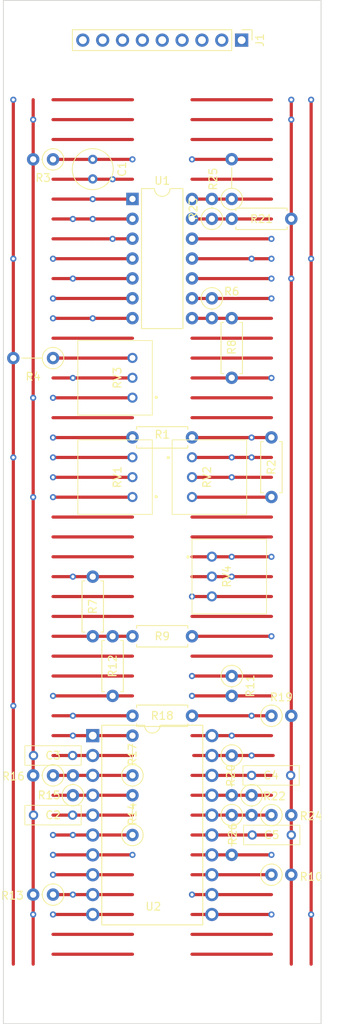
<source format=kicad_pcb>
(kicad_pcb (version 20211014) (generator pcbnew)
  (title_block (title "VCF-4P Prototype") (date "2022-03-27") (rev "1.0") (company "Len Popp") (comment 1 "Copyright © 2022 Len Popp CC BY") (comment 2 "4-pole lowpass VCF for Eurorack prototyping module"))
  (layers (0 "F.Cu" signal) (1 "In1.Cu" jumper "Wire1.Cu") (2 "In2.Cu" jumper "Wire2.Cu") (3 "In3.Cu" jumper "Wire3.Cu") (4 "In4.Cu" jumper "Wire4.Cu") (31 "B.Cu" signal) (34 "B.Paste" user) (35 "F.Paste" user) (36 "B.SilkS" user "B.Silkscreen") (37 "F.SilkS" user "F.Silkscreen") (38 "B.Mask" user) (39 "F.Mask" user) (44 "Edge.Cuts" user))
  (net 0 "")
  (net 1 "+12V")
  (net 2 "GND")
  (net 3 "-12V")
  (net 4 "Net-(C1-Pad2)")
  (net 5 "BUS-GATE")
  (net 6 "BUS-CV")
  (net 8 "IN-OUT-1")
  (net 9 "IN-OUT-2")
  (net 10 "Net-(C2-Pad1)")
  (net 11 "Net-(C3-Pad1)")
  (net 12 "Net-(C4-Pad1)")
  (net 13 "Net-(C5-Pad1)")
  (net 15 "Net-(R1-Pad1)")
  (net 16 "Net-(R1-Pad2)")
  (net 17 "Net-(R2-Pad1)")
  (net 18 "Net-(R4-Pad1)")
  (net 19 "Net-(RV3-Pad2)")
  (net 20 "Net-(R11-Pad1)")
  (net 21 "Net-(R6-Pad2)")
  (net 22 "Net-(R7-Pad1)")
  (net 23 "Net-(R12-Pad1)")
  (net 24 "Net-(R8-Pad2)")
  (net 25 "Net-(R10-Pad1)")
  (net 26 "Net-(R11-Pad2)")
  (net 27 "Net-(R12-Pad2)")
  (net 28 "Net-(R14-Pad2)")
  (net 29 "Net-(R15-Pad2)")
  (net 30 "Net-(R17-Pad2)")
  (net 31 "Net-(R18-Pad2)")
  (net 32 "Net-(R20-Pad2)")
  (net 33 "Net-(R21-Pad1)")
  (net 34 "Net-(R22-Pad2)")
  (net 35 "Net-(R23-Pad2)")
  (net 36 "Net-(R26-Pad2)")
  (net 37 "Net-(RV4-Pad3)")
  (footprint "Connector_PinHeader_2.54mm:PinHeader_1x09_P2.54mm_Vertical" (layer "F.Cu") (at 113.03 43.18 -90)
    (fp_text reference "J1" (at 0 -2.33 90) (layer "F.SilkS"))
    (fp_text value "Conn_01x09")
    (fp_line (start -1.33 21.65) (end 1.33 21.65) (layer "F.SilkS") (width 0.12))
    (fp_line (start -1.33 1.27) (end -1.33 21.65) (layer "F.SilkS") (width 0.12))
    (fp_line (start 1.33 1.27) (end 1.33 21.65) (layer "F.SilkS") (width 0.12))
    (fp_line (start -1.33 -1.33) (end 0 -1.33) (layer "F.SilkS") (width 0.12))
    (fp_line (start -1.33 1.27) (end 1.33 1.27) (layer "F.SilkS") (width 0.12))
    (fp_line (start -1.33 0) (end -1.33 -1.33) (layer "F.SilkS") (width 0.12))
    (pad "1" thru_hole rect locked (at 0 0 270) (size 1.7 1.7) (drill 1) (layers *.Cu *.Mask) (net 3 "-12V"))
    (pad "2" thru_hole oval locked (at 0 2.54 270) (size 1.7 1.7) (drill 1) (layers *.Cu *.Mask) (net 2 "GND"))
    (pad "3" thru_hole oval locked (at 0 5.08 270) (size 1.7 1.7) (drill 1) (layers *.Cu *.Mask) (net 9 "IN-OUT-2"))
    (pad "4" thru_hole oval locked (at 0 7.62 270) (size 1.7 1.7) (drill 1) (layers *.Cu *.Mask) (net 8 "IN-OUT-1"))
    (pad "5" thru_hole oval locked (at 0 10.16 270) (size 1.7 1.7) (drill 1) (layers *.Cu *.Mask) (net 1 "+12V"))
    (pad "6" thru_hole oval locked (at 0 12.7 270) (size 1.7 1.7) (drill 1) (layers *.Cu *.Mask))
    (pad "7" thru_hole oval locked (at 0 15.24 270) (size 1.7 1.7) (drill 1) (layers *.Cu *.Mask))
    (pad "8" thru_hole oval locked (at 0 17.78 270) (size 1.7 1.7) (drill 1) (layers *.Cu *.Mask) (net 6 "BUS-CV"))
    (pad "9" thru_hole oval locked (at 0 20.32 270) (size 1.7 1.7) (drill 1) (layers *.Cu *.Mask) (net 5 "BUS-GATE"))
  )
  (footprint "-lmp-misc:C_Rect_Kemet_L7.2mm_W2.5mm_P5mm" (layer "F.Cu") (at 91.4 134.62 180)
    (fp_text reference "C3" (at 2.5 0) (layer "F.SilkS"))
    (fp_text value "1N" hide)
    (fp_line (start 6.1 1.25) (end -1.1 1.25) (layer "F.SilkS") (width 0.1))
    (fp_line (start -1.1 1.25) (end -1.1 -1.25) (layer "F.SilkS") (width 0.1))
    (fp_line (start 6.1 -1.25) (end 6.1 1.25) (layer "F.SilkS") (width 0.1))
    (fp_line (start -1.1 -1.25) (end 6.1 -1.25) (layer "F.SilkS") (width 0.1))
    (pad "1" thru_hole circle locked (at 0 0 180) (size 1.2 1.2) (drill 0.7) (layers *.Cu *.Mask) (net 11 "Net-(C3-Pad1)"))
    (pad "2" thru_hole circle locked (at 5 0 180) (size 1.2 1.2) (drill 0.7) (layers *.Cu *.Mask) (net 2 "GND"))
  )
  (footprint "-lmp-stripboard:SB_Gen_2" (layer "F.Cu") (at 88.9 83.82 180)
    (fp_text reference "R4" (at 2.54 -2.37) (layer "F.SilkS"))
    (fp_text value "100K")
    (fp_line (start 1.37 0) (end 3.98 0) (layer "F.SilkS") (width 0.12))
    (fp_circle (center 0 0) (end 1.37 0) (layer "F.SilkS") (width 0.12) (fill none))
    (pad "1" thru_hole circle locked (at 0 0 180) (size 1.6 1.6) (drill 0.8) (layers *.Cu *.Mask) (net 18 "Net-(R4-Pad1)"))
    (pad "2" thru_hole oval locked (at 5.08 0 180) (size 1.6 1.6) (drill 0.8) (layers *.Cu *.Mask) (net 1 "+12V"))
  )
  (footprint "-lmp-stripboard:SB_Gen_1" (layer "F.Cu") (at 88.9 137.16 180)
    (fp_text reference "R16" (at 5.08 -0.127) (layer "F.SilkS"))
    (fp_text value "200R")
    (fp_line (start 1.37 0) (end 1.44 0) (layer "F.SilkS") (width 0.12))
    (fp_circle (center 0 0) (end 1.37 0) (layer "F.SilkS") (width 0.12) (fill none))
    (pad "1" thru_hole circle locked (at 0 0 180) (size 1.6 1.6) (drill 0.8) (layers *.Cu *.Mask) (net 29 "Net-(R15-Pad2)"))
    (pad "2" thru_hole oval locked (at 2.54 0 180) (size 1.6 1.6) (drill 0.8) (layers *.Cu *.Mask) (net 2 "GND"))
  )
  (footprint "-lmp-misc:R_Axial_DIN0207_L6.3mm_D2.5mm_P7.62mm_Horizontal" (layer "F.Cu") (at 99.06 119.38)
    (fp_text reference "R9" (at 3.81 0) (layer "F.SilkS"))
    (fp_text value "16K")
    (fp_line (start 7.08 -1.37) (end 7.08 -1.04) (layer "F.SilkS") (width 0.12))
    (fp_line (start 0.54 -1.37) (end 7.08 -1.37) (layer "F.SilkS") (width 0.12))
    (fp_line (start 0.54 1.37) (end 7.08 1.37) (layer "F.SilkS") (width 0.12))
    (fp_line (start 0.54 -1.04) (end 0.54 -1.37) (layer "F.SilkS") (width 0.12))
    (fp_line (start 7.08 1.37) (end 7.08 1.04) (layer "F.SilkS") (width 0.12))
    (fp_line (start 0.54 1.04) (end 0.54 1.37) (layer "F.SilkS") (width 0.12))
    (pad "1" thru_hole circle locked (at 0 0) (size 1.6 1.6) (drill 0.8) (layers *.Cu *.Mask) (net 23 "Net-(R12-Pad1)"))
    (pad "2" thru_hole oval locked (at 7.62 0) (size 1.6 1.6) (drill 0.8) (layers *.Cu *.Mask) (net 25 "Net-(R10-Pad1)"))
  )
  (footprint "Package_DIP:DIP-14_W7.62mm" (layer "F.Cu") (at 99.06 63.48)
    (fp_text reference "U1" (at 3.81 -2.33) (layer "F.SilkS"))
    (fp_text value "TL074")
    (fp_line (start 1.16 16.57) (end 6.46 16.57) (layer "F.SilkS") (width 0.12))
    (fp_line (start 1.16 -1.33) (end 1.16 16.57) (layer "F.SilkS") (width 0.12))
    (fp_line (start 2.81 -1.33) (end 1.16 -1.33) (layer "F.SilkS") (width 0.12))
    (fp_line (start 6.46 16.57) (end 6.46 -1.33) (layer "F.SilkS") (width 0.12))
    (fp_line (start 6.46 -1.33) (end 4.81 -1.33) (layer "F.SilkS") (width 0.12))
    (fp_arc (start 4.81 -1.33) (mid 3.81 -0.33) (end 2.81 -1.33) (layer "F.SilkS") (width 0.12))
    (pad "1" thru_hole rect (at 0 0) (size 1.6 1.6) (drill 0.8) (layers *.Cu *.Mask) (net 22 "Net-(R7-Pad1)"))
    (pad "2" thru_hole oval (at 0 2.54) (size 1.6 1.6) (drill 0.8) (layers *.Cu *.Mask) (net 22 "Net-(R7-Pad1)"))
    (pad "3" thru_hole oval (at 0 5.08) (size 1.6 1.6) (drill 0.8) (layers *.Cu *.Mask) (net 4 "Net-(C1-Pad2)"))
    (pad "4" thru_hole oval (at 0 7.62) (size 1.6 1.6) (drill 0.8) (layers *.Cu *.Mask) (net 1 "+12V"))
    (pad "5" thru_hole oval (at 0 10.16) (size 1.6 1.6) (drill 0.8) (layers *.Cu *.Mask) (net 19 "Net-(RV3-Pad2)"))
    (pad "6" thru_hole oval (at 0 12.7) (size 1.6 1.6) (drill 0.8) (layers *.Cu *.Mask) (net 20 "Net-(R11-Pad1)"))
    (pad "7" thru_hole oval (at 0 15.24) (size 1.6 1.6) (drill 0.8) (layers *.Cu *.Mask) (net 20 "Net-(R11-Pad1)"))
    (pad "8" thru_hole oval (at 7.62 15.24) (size 1.6 1.6) (drill 0.8) (layers *.Cu *.Mask) (net 21 "Net-(R6-Pad2)"))
    (pad "9" thru_hole oval (at 7.62 12.7) (size 1.6 1.6) (drill 0.8) (layers *.Cu *.Mask) (net 16 "Net-(R1-Pad2)"))
    (pad "10" thru_hole oval (at 7.62 10.16) (size 1.6 1.6) (drill 0.8) (layers *.Cu *.Mask) (net 2 "GND"))
    (pad "11" thru_hole oval (at 7.62 7.62) (size 1.6 1.6) (drill 0.8) (layers *.Cu *.Mask) (net 3 "-12V"))
    (pad "12" thru_hole oval (at 7.62 5.08) (size 1.6 1.6) (drill 0.8) (layers *.Cu *.Mask) (net 36 "Net-(R26-Pad2)"))
    (pad "13" thru_hole oval (at 7.62 2.54) (size 1.6 1.6) (drill 0.8) (layers *.Cu *.Mask) (net 33 "Net-(R21-Pad1)"))
    (pad "14" thru_hole oval (at 7.62 0) (size 1.6 1.6) (drill 0.8) (layers *.Cu *.Mask) (net 35 "Net-(R23-Pad2)"))
  )
  (footprint "-lmp-stripboard:SB_Gen_2" (layer "F.Cu") (at 111.76 63.48 90)
    (fp_text reference "R25" (at 2.54 -2.37 90) (layer "F.SilkS"))
    (fp_text value "1K")
    (fp_line (start 1.37 0) (end 3.98 0) (layer "F.SilkS") (width 0.12))
    (fp_circle (center 0 0) (end 1.37 0) (layer "F.SilkS") (width 0.12) (fill none))
    (pad "1" thru_hole circle locked (at 0 0 90) (size 1.6 1.6) (drill 0.8) (layers *.Cu *.Mask) (net 35 "Net-(R23-Pad2)"))
    (pad "2" thru_hole oval locked (at 5.08 0 90) (size 1.6 1.6) (drill 0.8) (layers *.Cu *.Mask) (net 9 "IN-OUT-2"))
  )
  (footprint "-lmp-misc:R_Axial_DIN0207_L6.3mm_D2.5mm_P7.62mm_Horizontal" (layer "F.Cu") (at 111.76 78.72 -90)
    (fp_text reference "R8" (at 3.703 0 90) (layer "F.SilkS"))
    (fp_text value "53K")
    (fp_line (start 7.08 -1.37) (end 7.08 -1.04) (layer "F.SilkS") (width 0.12))
    (fp_line (start 0.54 -1.37) (end 7.08 -1.37) (layer "F.SilkS") (width 0.12))
    (fp_line (start 0.54 1.04) (end 0.54 1.37) (layer "F.SilkS") (width 0.12))
    (fp_line (start 0.54 1.37) (end 7.08 1.37) (layer "F.SilkS") (width 0.12))
    (fp_line (start 7.08 1.37) (end 7.08 1.04) (layer "F.SilkS") (width 0.12))
    (fp_line (start 0.54 -1.04) (end 0.54 -1.37) (layer "F.SilkS") (width 0.12))
    (pad "1" thru_hole circle locked (at 0 0 270) (size 1.6 1.6) (drill 0.8) (layers *.Cu *.Mask) (net 21 "Net-(R6-Pad2)"))
    (pad "2" thru_hole oval locked (at 7.62 0 270) (size 1.6 1.6) (drill 0.8) (layers *.Cu *.Mask) (net 24 "Net-(R8-Pad2)"))
  )
  (footprint "-lmp-misc:R_Axial_DIN0207_L6.3mm_D2.5mm_P7.62mm_Horizontal" (layer "F.Cu") (at 116.84 101.58 90)
    (fp_text reference "R2" (at 3.81 0 90) (layer "F.SilkS"))
    (fp_text value "153K")
    (fp_line (start 0.54 -1.04) (end 0.54 -1.37) (layer "F.SilkS") (width 0.12))
    (fp_line (start 0.54 1.37) (end 7.08 1.37) (layer "F.SilkS") (width 0.12))
    (fp_line (start 0.54 -1.37) (end 7.08 -1.37) (layer "F.SilkS") (width 0.12))
    (fp_line (start 7.08 -1.37) (end 7.08 -1.04) (layer "F.SilkS") (width 0.12))
    (fp_line (start 7.08 1.37) (end 7.08 1.04) (layer "F.SilkS") (width 0.12))
    (fp_line (start 0.54 1.04) (end 0.54 1.37) (layer "F.SilkS") (width 0.12))
    (pad "1" thru_hole circle locked (at 0 0 90) (size 1.6 1.6) (drill 0.8) (layers *.Cu *.Mask) (net 17 "Net-(R2-Pad1)"))
    (pad "2" thru_hole oval locked (at 7.62 0 90) (size 1.6 1.6) (drill 0.8) (layers *.Cu *.Mask) (net 16 "Net-(R1-Pad2)"))
  )
  (footprint "-lmp-misc:Potentiometer_Bourns_3310R_Top" (layer "F.Cu") (at 97.135 86.34 -90)
    (fp_text reference "RV3" (at 0 0 90) (layer "F.SilkS"))
    (fp_text value "100K" hide)
    (fp_line (start -4.765 -4.465) (end 4.765 -4.465) (layer "F.SilkS") (width 0.1))
    (fp_line (start 4.765 5.065) (end -4.765 5.065) (layer "F.SilkS") (width 0.1))
    (fp_line (start 4.765 -4.465) (end 4.765 5.065) (layer "F.SilkS") (width 0.1))
    (fp_line (start 2.6 -4.965) (end 2.6 -4.965) (layer "F.SilkS") (width 0.2))
    (fp_line (start 2.4 -4.965) (end 2.4 -4.965) (layer "F.SilkS") (width 0.2))
    (fp_line (start -4.765 5.065) (end -4.765 -4.465) (layer "F.SilkS") (width 0.1))
    (fp_arc (start 2.6 -4.965) (mid 2.5 -4.865) (end 2.4 -4.965) (layer "F.SilkS") (width 0.2))
    (fp_arc (start 2.4 -4.965) (mid 2.5 -5.065) (end 2.6 -4.965) (layer "F.SilkS") (width 0.2))
    (pad "1" thru_hole circle (at 2.54 -1.925 270) (size 1.302857 1.302857) (drill 0.76) (layers *.Cu *.Mask) (net 2 "GND"))
    (pad "2" thru_hole circle (at 0 -1.925 270) (size 1.302857 1.302857) (drill 0.76) (layers *.Cu *.Mask) (net 19 "Net-(RV3-Pad2)"))
    (pad "3" thru_hole circle (at -2.54 -1.925 270) (size 1.302857 1.302857) (drill 0.76) (layers *.Cu *.Mask) (net 18 "Net-(R4-Pad1)"))
  )
  (footprint "-lmp-stripboard:SB_Gen_1" (layer "F.Cu") (at 109.22 66.02 90)
    (fp_text reference "R23" (at 1.27 -2.37 90) (layer "F.SilkS"))
    (fp_text value "120K")
    (fp_line (start 1.37 0) (end 1.44 0) (layer "F.SilkS") (width 0.12))
    (fp_circle (center 0 0) (end 1.37 0) (layer "F.SilkS") (width 0.12) (fill none))
    (pad "1" thru_hole circle locked (at 0 0 90) (size 1.6 1.6) (drill 0.8) (layers *.Cu *.Mask) (net 33 "Net-(R21-Pad1)"))
    (pad "2" thru_hole oval locked (at 2.54 0 90) (size 1.6 1.6) (drill 0.8) (layers *.Cu *.Mask) (net 35 "Net-(R23-Pad2)"))
  )
  (footprint "-lmp-stripboard:SB_Gen_1" (layer "F.Cu") (at 111.76 124.46 -90)
    (fp_text reference "R11" (at 1.27 -2.37 90) (layer "F.SilkS"))
    (fp_text value "20K")
    (fp_line (start 1.37 0) (end 1.44 0) (layer "F.SilkS") (width 0.12))
    (fp_circle (center 0 0) (end 1.37 0) (layer "F.SilkS") (width 0.12) (fill none))
    (pad "1" thru_hole circle locked (at 0 0 270) (size 1.6 1.6) (drill 0.8) (layers *.Cu *.Mask) (net 20 "Net-(R11-Pad1)"))
    (pad "2" thru_hole oval locked (at 2.54 0 270) (size 1.6 1.6) (drill 0.8) (layers *.Cu *.Mask) (net 26 "Net-(R11-Pad2)"))
  )
  (footprint "-lmp-stripboard:SB_Gen_1" (layer "F.Cu") (at 109.22 76.18 -90)
    (fp_text reference "R6" (at -0.869 -2.54 180) (layer "F.SilkS"))
    (fp_text value "100K")
    (fp_line (start 1.37 0) (end 1.44 0) (layer "F.SilkS") (width 0.12))
    (fp_circle (center 0 0) (end 1.37 0) (layer "F.SilkS") (width 0.12) (fill none))
    (pad "1" thru_hole circle locked (at 0 0 270) (size 1.6 1.6) (drill 0.8) (layers *.Cu *.Mask) (net 16 "Net-(R1-Pad2)"))
    (pad "2" thru_hole oval locked (at 2.54 0 270) (size 1.6 1.6) (drill 0.8) (layers *.Cu *.Mask) (net 21 "Net-(R6-Pad2)"))
  )
  (footprint "-lmp-misc:C_Rect_Kemet_L7.2mm_W2.5mm_P5mm" (layer "F.Cu") (at 114.3 137.16)
    (fp_text reference "C4" (at 2.5 0) (layer "F.SilkS"))
    (fp_text value "1N" hide)
    (fp_line (start 6.1 -1.25) (end 6.1 1.25) (layer "F.SilkS") (width 0.1))
    (fp_line (start -1.1 1.25) (end -1.1 -1.25) (layer "F.SilkS") (width 0.1))
    (fp_line (start -1.1 -1.25) (end 6.1 -1.25) (layer "F.SilkS") (width 0.1))
    (fp_line (start 6.1 1.25) (end -1.1 1.25) (layer "F.SilkS") (width 0.1))
    (pad "1" thru_hole circle locked (at 0 0) (size 1.2 1.2) (drill 0.7) (layers *.Cu *.Mask) (net 12 "Net-(C4-Pad1)"))
    (pad "2" thru_hole circle locked (at 5 0) (size 1.2 1.2) (drill 0.7) (layers *.Cu *.Mask) (net 2 "GND"))
  )
  (footprint "-lmp-stripboard:SB_Gen_1" (layer "F.Cu") (at 114.3 139.7 -90)
    (fp_text reference "R22" (at 0.127 -2.921 180) (layer "F.SilkS"))
    (fp_text value "10K")
    (fp_line (start 1.37 0) (end 1.44 0) (layer "F.SilkS") (width 0.12))
    (fp_circle (center 0 0) (end 1.37 0) (layer "F.SilkS") (width 0.12) (fill none))
    (pad "1" thru_hole circle locked (at 0 0 270) (size 1.6 1.6) (drill 0.8) (layers *.Cu *.Mask) (net 32 "Net-(R20-Pad2)"))
    (pad "2" thru_hole oval locked (at 2.54 0 270) (size 1.6 1.6) (drill 0.8) (layers *.Cu *.Mask) (net 34 "Net-(R22-Pad2)"))
  )
  (footprint "-lmp-stripboard:SB_Gen_1" (layer "F.Cu") (at 91.44 139.7 90)
    (fp_text reference "R15" (at 0 -3.048 180) (layer "F.SilkS"))
    (fp_text value "10K")
    (fp_line (start 1.37 0) (end 1.44 0) (layer "F.SilkS") (width 0.12))
    (fp_circle (center 0 0) (end 1.37 0) (layer "F.SilkS") (width 0.12) (fill none))
    (pad "1" thru_hole circle locked (at 0 0 90) (size 1.6 1.6) (drill 0.8) (layers *.Cu *.Mask) (net 28 "Net-(R14-Pad2)"))
    (pad "2" thru_hole oval locked (at 2.54 0 90) (size 1.6 1.6) (drill 0.8) (layers *.Cu *.Mask) (net 29 "Net-(R15-Pad2)"))
  )
  (footprint "-lmp-breakout:Breakout_DIP-20_W15.24mm" (layer "F.Cu") (at 93.98 132.08)
    (fp_text reference "U2" (at 7.747 21.844) (layer "F.SilkS"))
    (fp_text value "SSI2140")
    (fp_line (start 1.16 -1.33) (end 1.16 24.19) (layer "F.SilkS") (width 0.12))
    (fp_line (start 6.62 -1.33) (end 1.16 -1.33) (layer "F.SilkS") (width 0.12))
    (fp_line (start 14.08 -1.33) (end 8.62 -1.33) (layer "F.SilkS") (width 0.12))
    (fp_line (start 14.08 24.19) (end 14.08 -1.33) (layer "F.SilkS") (width 0.12))
    (fp_line (start 1.16 24.19) (end 14.08 24.19) (layer "F.SilkS") (width 0.12))
    (fp_arc (start 8.62 -1.33) (mid 7.62 -0.33) (end 6.62 -1.33) (layer "F.SilkS") (width 0.12))
    (pad "1" thru_hole rect (at 0 0) (size 1.7 1.7) (drill 1) (layers *.Cu *.Mask) (net 30 "Net-(R17-Pad2)"))
    (pad "2" thru_hole circle (at 0 2.54) (size 1.7 1.7) (drill 1) (layers *.Cu *.Mask) (net 11 "Net-(C3-Pad1)"))
    (pad "3" thru_hole circle (at 0 5.08) (size 1.7 1.7) (drill 1) (layers *.Cu *.Mask) (net 29 "Net-(R15-Pad2)"))
    (pad "4" thru_hole circle (at 0 7.62) (size 1.7 1.7) (drill 1) (layers *.Cu *.Mask) (net 28 "Net-(R14-Pad2)"))
    (pad "5" thru_hole circle (at 0 10.16) (size 1.7 1.7) (drill 1) (layers *.Cu *.Mask) (net 10 "Net-(C2-Pad1)"))
    (pad "6" thru_hole circle (at 0 12.7) (size 1.7 1.7) (drill 1) (layers *.Cu *.Mask) (net 27 "Net-(R12-Pad2)"))
    (pad "7" thru_hole circle (at 0 15.24) (size 1.7 1.7) (drill 1) (layers *.Cu *.Mask) (net 37 "Net-(RV4-Pad3)"))
    (pad "8" thru_hole circle (at 0 17.78) (size 1.7 1.7) (drill 1) (layers *.Cu *.Mask) (net 37 "Net-(RV4-Pad3)"))
    (pad "9" thru_hole circle (at 0 20.32) (size 1.7 1.7) (drill 1) (layers *.Cu *.Mask) (net 27 "Net-(R12-Pad2)"))
    (pad "10" thru_hole circle (at 0 22.86) (size 1.7 1.7) (drill 1) (layers *.Cu *.Mask) (net 2 "GND"))
    (pad "11" thru_hole circle (at 15.24 22.86) (size 1.7 1.7) (drill 1) (layers *.Cu *.Mask) (net 3 "-12V"))
    (pad "12" thru_hole circle (at 15.24 20.32) (size 1.7 1.7) (drill 1) (layers *.Cu *.Mask) (net 26 "Net-(R11-Pad2)"))
    (pad "13" thru_hole circle (at 15.24 17.78) (size 1.7 1.7) (drill 1) (layers *.Cu *.Mask) (net 25 "Net-(R10-Pad1)"))
    (pad "14" thru_hole circle (at 15.24 15.24) (size 1.7 1.7) (drill 1) (layers *.Cu *.Mask) (net 36 "Net-(R26-Pad2)"))
    (pad "15" thru_hole circle (at 15.24 12.7) (size 1.7 1.7) (drill 1) (layers *.Cu *.Mask) (net 13 "Net-(C5-Pad1)"))
    (pad "16" thru_hole circle (at 15.24 10.16) (size 1.7 1.7) (drill 1) (layers *.Cu *.Mask) (net 34 "Net-(R22-Pad2)"))
    (pad "17" thru_hole circle (at 15.24 7.62) (size 1.7 1.7) (drill 1) (layers *.Cu *.Mask) (net 32 "Net-(R20-Pad2)"))
    (pad "18" thru_hole circle (at 15.24 5.08) (size 1.7 1.7) (drill 1) (layers *.Cu *.Mask) (net 12 "Net-(C4-Pad1)"))
    (pad "19" thru_hole circle (at 15.24 2.54) (size 1.7 1.7) (drill 1) (layers *.Cu *.Mask) (net 31 "Net-(R18-Pad2)"))
    (pad "20" thru_hole circle (at 15.24 0) (size 1.7 1.7) (drill 1) (layers *.Cu *.Mask) (net 1 "+12V"))
  )
  (footprint "-lmp-misc:Potentiometer_Bourns_3310R_Top" (layer "F.Cu") (at 111.145 111.74 90)
    (fp_text reference "RV4" (at 0 0 90) (layer "F.SilkS"))
    (fp_text value "5K" hide)
    (fp_line (start -4.765 -4.465) (end 4.765 -4.465) (layer "F.SilkS") (width 0.1))
    (fp_line (start 4.765 5.065) (end -4.765 5.065) (layer "F.SilkS") (width 0.1))
    (fp_line (start 2.4 -4.965) (end 2.4 -4.965) (layer "F.SilkS") (width 0.2))
    (fp_line (start -4.765 5.065) (end -4.765 -4.465) (layer "F.SilkS") (width 0.1))
    (fp_line (start 2.6 -4.965) (end 2.6 -4.965) (layer "F.SilkS") (width 0.2))
    (fp_line (start 4.765 -4.465) (end 4.765 5.065) (layer "F.SilkS") (width 0.1))
    (fp_arc (start 2.4 -4.965) (mid 2.5 -5.065) (end 2.6 -4.965) (layer "F.SilkS") (width 0.2))
    (fp_arc (start 2.6 -4.965) (mid 2.5 -4.865) (end 2.4 -4.965) (layer "F.SilkS") (width 0.2))
    (pad "1" thru_hole circle (at 2.54 -1.925 90) (size 1.302857 1.302857) (drill 0.76) (layers *.Cu *.Mask) (net 24 "Net-(R8-Pad2)"))
    (pad "2" thru_hole circle (at 0 -1.925 90) (size 1.302857 1.302857) (drill 0.76) (layers *.Cu *.Mask) (net 24 "Net-(R8-Pad2)"))
    (pad "3" thru_hole circle (at -2.54 -1.925 90) (size 1.302857 1.302857) (drill 0.76) (layers *.Cu *.Mask) (net 37 "Net-(RV4-Pad3)"))
  )
  (footprint "-lmp-stripboard:SB_Gen_1" (layer "F.Cu") (at 88.9 152.4 180)
    (fp_text reference "R13" (at 5.207 -0.127) (layer "F.SilkS"))
    (fp_text value "200R")
    (fp_line (start 1.37 0) (end 1.44 0) (layer "F.SilkS") (width 0.12))
    (fp_circle (center 0 0) (end 1.37 0) (layer "F.SilkS") (width 0.12) (fill none))
    (pad "1" thru_hole circle locked (at 0 0 180) (size 1.6 1.6) (drill 0.8) (layers *.Cu *.Mask) (net 27 "Net-(R12-Pad2)"))
    (pad "2" thru_hole oval locked (at 2.54 0 180) (size 1.6 1.6) (drill 0.8) (layers *.Cu *.Mask) (net 2 "GND"))
  )
  (footprint "-lmp-stripboard:SB_Gen_1" (layer "F.Cu") (at 116.84 142.24)
    (fp_text reference "R24" (at 5.08 0.127) (layer "F.SilkS"))
    (fp_text value "200R")
    (fp_line (start 1.37 0) (end 1.44 0) (layer "F.SilkS") (width 0.12))
    (fp_circle (center 0 0) (end 1.37 0) (layer "F.SilkS") (width 0.12) (fill none))
    (pad "1" thru_hole circle locked (at 0 0) (size 1.6 1.6) (drill 0.8) (layers *.Cu *.Mask) (net 34 "Net-(R22-Pad2)"))
    (pad "2" thru_hole oval locked (at 2.54 0) (size 1.6 1.6) (drill 0.8) (layers *.Cu *.Mask) (net 2 "GND"))
  )
  (footprint "-lmp-misc:Potentiometer_Bourns_3310R_Top" (layer "F.Cu") (at 97.135 99.04 -90)
    (fp_text reference "RV1" (at 0 0 90) (layer "F.SilkS"))
    (fp_text value "100K" hide)
    (fp_line (start 2.6 -4.965) (end 2.6 -4.965) (layer "F.SilkS") (width 0.2))
    (fp_line (start -4.765 -4.465) (end 4.765 -4.465) (layer "F.SilkS") (width 0.1))
    (fp_line (start 4.765 5.065) (end -4.765 5.065) (layer "F.SilkS") (width 0.1))
    (fp_line (start -4.765 5.065) (end -4.765 -4.465) (layer "F.SilkS") (width 0.1))
    (fp_line (start 2.4 -4.965) (end 2.4 -4.965) (layer "F.SilkS") (width 0.2))
    (fp_line (start 4.765 -4.465) (end 4.765 5.065) (layer "F.SilkS") (width 0.1))
    (fp_arc (start 2.4 -4.965) (mid 2.5 -5.065) (end 2.6 -4.965) (layer "F.SilkS") (width 0.2))
    (fp_arc (start 2.6 -4.965) (mid 2.5 -4.865) (end 2.4 -4.965) (layer "F.SilkS") (width 0.2))
    (pad "1" thru_hole circle (at 2.54 -1.925 270) (size 1.302857 1.302857) (drill 0.76) (layers *.Cu *.Mask) (net 2 "GND"))
    (pad "2" thru_hole circle (at 0 -1.925 270) (size 1.302857 1.302857) (drill 0.76) (layers *.Cu *.Mask) (net 15 "Net-(R1-Pad1)"))
    (pad "3" thru_hole circle (at -2.54 -1.925 270) (size 1.302857 1.302857) (drill 0.76) (layers *.Cu *.Mask) (net 1 "+12V"))
  )
  (footprint "-lmp-stripboard:SB_Gen_2" (layer "F.Cu") (at 111.76 134.62 -90)
    (fp_text reference "R20" (at 2.54 0.127 90) (layer "F.SilkS"))
    (fp_text value "10K")
    (fp_line (start 1.37 0) (end 3.98 0) (layer "F.SilkS") (width 0.12))
    (fp_circle (center 0 0) (end 1.37 0) (layer "F.SilkS") (width 0.12) (fill none))
    (pad "1" thru_hole circle locked (at 0 0 270) (size 1.6 1.6) (drill 0.8) (layers *.Cu *.Mask) (net 31 "Net-(R18-Pad2)"))
    (pad "2" thru_hole oval locked (at 5.08 0 270) (size 1.6 1.6) (drill 0.8) (layers *.Cu *.Mask) (net 32 "Net-(R20-Pad2)"))
  )
  (footprint "-lmp-stripboard:SB_Gen_2" (layer "F.Cu") (at 99.06 137.16 90)
    (fp_text reference "R17" (at 2.675 0 90) (layer "F.SilkS"))
    (fp_text value "10K")
    (fp_line (start 1.37 0) (end 3.98 0) (layer "F.SilkS") (width 0.12))
    (fp_circle (center 0 0) (end 1.37 0) (layer "F.SilkS") (width 0.12) (fill none))
    (pad "1" thru_hole circle locked (at 0 0 90) (size 1.6 1.6) (drill 0.8) (layers *.Cu *.Mask) (net 29 "Net-(R15-Pad2)"))
    (pad "2" thru_hole oval locked (at 5.08 0 90) (size 1.6 1.6) (drill 0.8) (layers *.Cu *.Mask) (net 30 "Net-(R17-Pad2)"))
  )
  (footprint "-lmp-misc:C_Rect_Kemet_L7.2mm_W2.5mm_P5mm" (layer "F.Cu") (at 114.38 144.78)
    (fp_text reference "C5" (at 2.5 0) (layer "F.SilkS"))
    (fp_text value "1N" hide)
    (fp_line (start 6.1 -1.25) (end 6.1 1.25) (layer "F.SilkS") (width 0.1))
    (fp_line (start -1.1 1.25) (end -1.1 -1.25) (layer "F.SilkS") (width 0.1))
    (fp_line (start 6.1 1.25) (end -1.1 1.25) (layer "F.SilkS") (width 0.1))
    (fp_line (start -1.1 -1.25) (end 6.1 -1.25) (layer "F.SilkS") (width 0.1))
    (pad "1" thru_hole circle locked (at 0 0) (size 1.2 1.2) (drill 0.7) (layers *.Cu *.Mask) (net 13 "Net-(C5-Pad1)"))
    (pad "2" thru_hole circle locked (at 5 0) (size 1.2 1.2) (drill 0.7) (layers *.Cu *.Mask) (net 2 "GND"))
  )
  (footprint "-lmp-stripboard:SB_Gen_1" (layer "F.Cu") (at 116.84 149.86)
    (fp_text reference "R10" (at 5.08 0.254) (layer "F.SilkS"))
    (fp_text value "1K")
    (fp_line (start 1.37 0) (end 1.44 0) (layer "F.SilkS") (width 0.12))
    (fp_circle (center 0 0) (end 1.37 0) (layer "F.SilkS") (width 0.12) (fill none))
    (pad "1" thru_hole circle locked (at 0 0) (size 1.6 1.6) (drill 0.8) (layers *.Cu *.Mask) (net 25 "Net-(R10-Pad1)"))
    (pad "2" thru_hole oval locked (at 2.54 0) (size 1.6 1.6) (drill 0.8) (layers *.Cu *.Mask) (net 2 "GND"))
  )
  (footprint "-lmp-stripboard:SB_Gen_1" (layer "F.Cu") (at 116.84 129.54)
    (fp_text reference "R19" (at 1.27 -2.37) (layer "F.SilkS"))
    (fp_text value "200R")
    (fp_line (start 1.37 0) (end 1.44 0) (layer "F.SilkS") (width 0.12))
    (fp_circle (center 0 0) (end 1.37 0) (layer "F.SilkS") (width 0.12) (fill none))
    (pad "1" thru_hole circle locked (at 0 0) (size 1.6 1.6) (drill 0.8) (layers *.Cu *.Mask) (net 31 "Net-(R18-Pad2)"))
    (pad "2" thru_hole oval locked (at 2.54 0) (size 1.6 1.6) (drill 0.8) (layers *.Cu *.Mask) (net 2 "GND"))
  )
  (footprint "-lmp-stripboard:SB_Gen_2" (layer "F.Cu") (at 99.06 144.78 90)
    (fp_text reference "R14" (at 2.675 0 90) (layer "F.SilkS"))
    (fp_text value "10K")
    (fp_line (start 1.37 0) (end 3.98 0) (layer "F.SilkS") (width 0.12))
    (fp_circle (center 0 0) (end 1.37 0) (layer "F.SilkS") (width 0.12) (fill none))
    (pad "1" thru_hole circle locked (at 0 0 90) (size 1.6 1.6) (drill 0.8) (layers *.Cu *.Mask) (net 27 "Net-(R12-Pad2)"))
    (pad "2" thru_hole oval locked (at 5.08 0 90) (size 1.6 1.6) (drill 0.8) (layers *.Cu *.Mask) (net 28 "Net-(R14-Pad2)"))
  )
  (footprint "-lmp-misc:C_Rect_Kemet_L7.2mm_W2.5mm_P5mm" (layer "F.Cu") (at 91.4 142.24 180)
    (fp_text reference "C2" (at 2.5 0) (layer "F.SilkS"))
    (fp_text value "1N" hide)
    (fp_line (start -1.1 -1.25) (end 6.1 -1.25) (layer "F.SilkS") (width 0.1))
    (fp_line (start 6.1 -1.25) (end 6.1 1.25) (layer "F.SilkS") (width 0.1))
    (fp_line (start 6.1 1.25) (end -1.1 1.25) (layer "F.SilkS") (width 0.1))
    (fp_line (start -1.1 1.25) (end -1.1 -1.25) (layer "F.SilkS") (width 0.1))
    (pad "1" thru_hole circle locked (at 0 0 180) (size 1.2 1.2) (drill 0.7) (layers *.Cu *.Mask) (net 10 "Net-(C2-Pad1)"))
    (pad "2" thru_hole circle locked (at 5 0 180) (size 1.2 1.2) (drill 0.7) (layers *.Cu *.Mask) (net 2 "GND"))
  )
  (footprint "-lmp-misc:Potentiometer_Bourns_3310R_Top" (layer "F.Cu") (at 108.605 99.04 90)
    (fp_text reference "RV2" (at 0 0 90) (layer "F.SilkS"))
    (fp_text value "5K" hide)
    (fp_line (start -4.765 -4.465) (end 4.765 -4.465) (layer "F.SilkS") (width 0.1))
    (fp_line (start 4.765 -4.465) (end 4.765 5.065) (layer "F.SilkS") (width 0.1))
    (fp_line (start 2.6 -4.965) (end 2.6 -4.965) (layer "F.SilkS") (width 0.2))
    (fp_line (start 2.4 -4.965) (end 2.4 -4.965) (layer "F.SilkS") (width 0.2))
    (fp_line (start -4.765 5.065) (end -4.765 -4.465) (layer "F.SilkS") (width 0.1))
    (fp_line (start 4.765 5.065) (end -4.765 5.065) (layer "F.SilkS") (width 0.1))
    (fp_arc (start 2.4 -4.965) (mid 2.5 -5.065) (end 2.6 -4.965) (layer "F.SilkS") (width 0.2))
    (fp_arc (start 2.6 -4.965) (mid 2.5 -4.865) (end 2.4 -4.965) (layer "F.SilkS") (width 0.2))
    (pad "1" thru_hole circle (at 2.54 -1.925 90) (size 1.302857 1.302857) (drill 0.76) (layers *.Cu *.Mask) (net 3 "-12V"))
    (pad "2" thru_hole circle (at 0 -1.925 90) (size 1.302857 1.302857) (drill 0.76) (layers *.Cu *.Mask) (net 3 "-12V"))
    (pad "3" thru_hole circle (at -2.54 -1.925 90) (size 1.302857 1.302857) (drill 0.76) (layers *.Cu *.Mask) (net 17 "Net-(R2-Pad1)"))
  )
  (footprint "-lmp-misc:R_Axial_DIN0207_L6.3mm_D2.5mm_P7.62mm_Horizontal" (layer "F.Cu") (at 96.52 119.38 -90)
    (fp_text reference "R12" (at 3.81 0 90) (layer "F.SilkS"))
    (fp_text value "10K")
    (fp_line (start 0.54 -1.37) (end 7.08 -1.37) (layer "F.SilkS") (width 0.12))
    (fp_line (start 0.54 1.37) (end 7.08 1.37) (layer "F.SilkS") (width 0.12))
    (fp_line (start 7.08 -1.37) (end 7.08 -1.04) (layer "F.SilkS") (width 0.12))
    (fp_line (start 7.08 1.37) (end 7.08 1.04) (layer "F.SilkS") (width 0.12))
    (fp_line (start 0.54 1.04) (end 0.54 1.37) (layer "F.SilkS") (width 0.12))
    (fp_line (start 0.54 -1.04) (end 0.54 -1.37) (layer "F.SilkS") (width 0.12))
    (pad "1" thru_hole circle locked (at 0 0 270) (size 1.6 1.6) (drill 0.8) (layers *.Cu *.Mask) (net 23 "Net-(R12-Pad1)"))
    (pad "2" thru_hole oval locked (at 7.62 0 270) (size 1.6 1.6) (drill 0.8) (layers *.Cu *.Mask) (net 27 "Net-(R12-Pad2)"))
  )
  (footprint "-lmp-misc:R_Axial_DIN0207_L6.3mm_D2.5mm_P7.62mm_Horizontal" (layer "F.Cu") (at 93.98 111.76 -90)
    (fp_text reference "R7" (at 3.81 0 90) (layer "F.SilkS"))
    (fp_text value "24K")
    (fp_line (start 0.54 -1.04) (end 0.54 -1.37) (layer "F.SilkS") (width 0.12))
    (fp_line (start 7.08 1.37) (end 7.08 1.04) (layer "F.SilkS") (width 0.12))
    (fp_line (start 7.08 -1.37) (end 7.08 -1.04) (layer "F.SilkS") (width 0.12))
    (fp_line (start 0.54 1.37) (end 7.08 1.37) (layer "F.SilkS") (width 0.12))
    (fp_line (start 0.54 1.04) (end 0.54 1.37) (layer "F.SilkS") (width 0.12))
    (fp_line (start 0.54 -1.37) (end 7.08 -1.37) (layer "F.SilkS") (width 0.12))
    (pad "1" thru_hole circle locked (at 0 0 270) (size 1.6 1.6) (drill 0.8) (layers *.Cu *.Mask) (net 22 "Net-(R7-Pad1)"))
    (pad "2" thru_hole oval locked (at 7.62 0 270) (size 1.6 1.6) (drill 0.8) (layers *.Cu *.Mask) (net 23 "Net-(R12-Pad1)"))
  )
  (footprint "-lmp-misc:R_Axial_DIN0207_L6.3mm_D2.5mm_P7.62mm_Horizontal" (layer "F.Cu") (at 111.76 66.02)
    (fp_text reference "R21" (at 3.81 0.02) (layer "F.SilkS"))
    (fp_text value "30K")
    (fp_line (start 0.54 1.04) (end 0.54 1.37) (layer "F.SilkS") (width 0.12))
    (fp_line (start 7.08 1.37) (end 7.08 1.04) (layer "F.SilkS") (width 0.12))
    (fp_line (start 0.54 -1.37) (end 7.08 -1.37) (layer "F.SilkS") (width 0.12))
    (fp_line (start 0.54 -1.04) (end 0.54 -1.37) (layer "F.SilkS") (width 0.12))
    (fp_line (start 0.54 1.37) (end 7.08 1.37) (layer "F.SilkS") (width 0.12))
    (fp_line (start 7.08 -1.37) (end 7.08 -1.04) (layer "F.SilkS") (width 0.12))
    (pad "1" thru_hole circle locked (at 0 0) (size 1.6 1.6) (drill 0.8) (layers *.Cu *.Mask) (net 33 "Net-(R21-Pad1)"))
    (pad "2" thru_hole oval locked (at 7.62 0) (size 1.6 1.6) (drill 0.8) (layers *.Cu *.Mask) (net 2 "GND"))
  )
  (footprint "-lmp-misc:C_Radial_D5.0mm_H5.0mm_P2.50mm" (layer "F.Cu") (at 93.98 58.42 -90)
    (fp_text reference "C1" (at 1.25 -3.75 90) (layer "F.SilkS"))
    (fp_text value "10U")
    (fp_circle (center 1.25 0) (end 3.87 0) (layer "F.SilkS") (width 0.12) (fill none))
    (pad "1" thru_hole circle locked (at 0 0 270) (size 1.2 1.2) (drill 0.6) (layers *.Cu *.Mask) (net 8 "IN-OUT-1"))
    (pad "2" thru_hole circle locked (at 2.5 0 270) (size 1.2 1.2) (drill 0.6) (layers *.Cu *.Mask) (net 4 "Net-(C1-Pad2)"))
  )
  (footprint "-lmp-stripboard:SB_Gen_2" (layer "F.Cu") (at 111.76 142.24 -90)
    (fp_text reference "R26" (at 2.413 -0.127 90) (layer "F.SilkS"))
    (fp_text value "10K")
    (fp_line (start 1.37 0) (end 3.98 0) (layer "F.SilkS") (width 0.12))
    (fp_circle (center 0 0) (end 1.37 0) (layer "F.SilkS") (width 0.12) (fill none))
    (pad "1" thru_hole circle locked (at 0 0 270) (size 1.6 1.6) (drill 0.8) (layers *.Cu *.Mask) (net 34 "Net-(R22-Pad2)"))
    (pad "2" thru_hole oval locked (at 5.08 0 270) (size 1.6 1.6) (drill 0.8) (layers *.Cu *.Mask) (net 36 "Net-(R26-Pad2)"))
  )
  (footprint "-lmp-misc:R_Axial_DIN0207_L6.3mm_D2.5mm_P7.62mm_Horizontal" (layer "F.Cu") (at 99.06 129.54)
    (fp_text reference "R18" (at 3.81 0) (layer "F.SilkS"))
    (fp_text value "10K")
    (fp_line (start 7.08 1.37) (end 7.08 1.04) (layer "F.SilkS") (width 0.12))
    (fp_line (start 0.54 -1.37) (end 7.08 -1.37) (layer "F.SilkS") (width 0.12))
    (fp_line (start 0.54 1.04) (end 0.54 1.37) (layer "F.SilkS") (width 0.12))
    (fp_line (start 0.54 -1.04) (end 0.54 -1.37) (layer "F.SilkS") (width 0.12))
    (fp_line (start 7.08 -1.37) (end 7.08 -1.04) (layer "F.SilkS") (width 0.12))
    (fp_line (start 0.54 1.37) (end 7.08 1.37) (layer "F.SilkS") (width 0.12))
    (pad "1" thru_hole circle locked (at 0 0) (size 1.6 1.6) (drill 0.8) (layers *.Cu *.Mask) (net 30 "Net-(R17-Pad2)"))
    (pad "2" thru_hole oval locked (at 7.62 0) (size 1.6 1.6) (drill 0.8) (layers *.Cu *.Mask) (net 31 "Net-(R18-Pad2)"))
  )
  (footprint "-lmp-misc:R_Axial_DIN0207_L6.3mm_D2.5mm_P7.62mm_Horizontal" (layer "F.Cu") (at 99.06 93.96)
    (fp_text reference "R1" (at 3.81 -0.361) (layer "F.SilkS"))
    (fp_text value "100K")
    (fp_line (start 0.54 1.04) (end 0.54 1.37) (layer "F.SilkS") (width 0.12))
    (fp_line (start 7.08 1.37) (end 7.08 1.04) (layer "F.SilkS") (width 0.12))
    (fp_line (start 0.54 -1.04) (end 0.54 -1.37) (layer "F.SilkS") (width 0.12))
    (fp_line (start 0.54 1.37) (end 7.08 1.37) (layer "F.SilkS") (width 0.12))
    (fp_line (start 0.54 -1.37) (end 7.08 -1.37) (layer "F.SilkS") (width 0.12))
    (fp_line (start 7.08 -1.37) (end 7.08 -1.04) (layer "F.SilkS") (width 0.12))
    (pad "1" thru_hole circle locked (at 0 0) (size 1.6 1.6) (drill 0.8) (layers *.Cu *.Mask) (net 15 "Net-(R1-Pad1)"))
    (pad "2" thru_hole oval locked (at 7.62 0) (size 1.6 1.6) (drill 0.8) (layers *.Cu *.Mask) (net 16 "Net-(R1-Pad2)"))
  )
  (footprint "-lmp-stripboard:SB_Gen_1" (layer "F.Cu") (at 88.9 58.42 180)
    (fp_text reference "R3" (at 1.27 -2.37) (layer "F.SilkS"))
    (fp_text value "1M")
    (fp_line (start 1.37 0) (end 1.44 0) (layer "F.SilkS") (width 0.12))
    (fp_circle (center 0 0) (end 1.37 0) (layer "F.SilkS") (width 0.12) (fill none))
    (pad "1" thru_hole circle locked (at 0 0 180) (size 1.6 1.6) (drill 0.8) (layers *.Cu *.Mask) (net 8 "IN-OUT-1"))
    (pad "2" thru_hole oval locked (at 2.54 0 180) (size 1.6 1.6) (drill 0.8) (layers *.Cu *.Mask) (net 2 "GND"))
  )
  (gr_line (start 123.19 168.91) (end 82.55 168.91) (layer "Edge.Cuts") (width 0.1))
  (gr_line (start 123.19 38.1) (end 123.19 168.91) (layer "Edge.Cuts") (width 0.1))
  (gr_line (start 82.55 168.91) (end 82.55 38.1) (layer "Edge.Cuts") (width 0.1))
  (gr_line (start 82.55 38.1) (end 123.19 38.1) (layer "Edge.Cuts") (width 0.1))
  (segment (start 99.06 104.14) (end 88.9 104.14) (width 0.4064) (layer "F.Cu") (net 0))
  (segment (start 116.84 104.14) (end 106.68 104.14) (width 0.4064) (layer "F.Cu") (net 0))
  (segment (start 99.06 81.28) (end 88.9 81.28) (width 0.4064) (layer "F.Cu") (net 0))
  (segment (start 99.06 53.34) (end 88.9 53.34) (width 0.4064) (layer "F.Cu") (net 0))
  (segment (start 99.06 114.3) (end 88.9 114.3) (width 0.4064) (layer "F.Cu") (net 0))
  (segment (start 99.06 116.84) (end 88.9 116.84) (width 0.4064) (layer "F.Cu") (net 0))
  (segment (start 99.06 109.22) (end 88.9 109.22) (width 0.4064) (layer "F.Cu") (net 0))
  (segment (start 116.84 91.44) (end 106.68 91.44) (width 0.4064) (layer "F.Cu") (net 0))
  (segment (start 99.06 55.88) (end 88.9 55.88) (width 0.4064) (layer "F.Cu") (net 0))
  (segment (start 116.84 106.68) (end 106.68 106.68) (width 0.4064) (layer "F.Cu") (net 0))
  (segment (start 99.06 106.68) (end 88.9 106.68) (width 0.4064) (layer "F.Cu") (net 0))
  (segment (start 99.06 50.8) (end 88.9 50.8) (width 0.4064) (layer "F.Cu") (net 0))
  (segment (start 99.06 91.44) (end 88.9 91.44) (width 0.4064) (layer "F.Cu") (net 0))
  (segment (start 116.84 50.8) (end 106.68 50.8) (width 0.4064) (layer "F.Cu") (net 0))
  (segment (start 116.84 53.34) (end 106.68 53.34) (width 0.4064) (layer "F.Cu") (net 0))
  (segment (start 116.84 60.96) (end 106.68 60.96) (width 0.4064) (layer "F.Cu") (net 0))
  (segment (start 116.84 55.88) (end 106.68 55.88) (width 0.4064) (layer "F.Cu") (net 0))
  (segment (start 116.84 83.82) (end 106.68 83.82) (width 0.4064) (layer "F.Cu") (net 0))
  (segment (start 116.84 116.84) (end 106.68 116.84) (width 0.4064) (layer "F.Cu") (net 0))
  (segment (start 116.84 81.28) (end 106.68 81.28) (width 0.4064) (layer "F.Cu") (net 0))
  (segment (start 116.84 88.9) (end 106.68 88.9) (width 0.4064) (layer "F.Cu") (net 0))
  (segment (start 99.06 121.92) (end 88.9 121.92) (width 0.4064) (layer "F.Cu") (net 0))
  (segment (start 99.06 124.46) (end 88.9 124.46) (width 0.4064) (layer "F.Cu") (net 0))
  (segment (start 99.06 157.48) (end 88.9 157.48) (width 0.4064) (layer "F.Cu") (net 0))
  (segment (start 99.06 160.02) (end 88.9 160.02) (width 0.4064) (layer "F.Cu") (net 0))
  (segment (start 116.84 160.02) (end 106.68 160.02) (width 0.4064) (layer "F.Cu") (net 0))
  (segment (start 116.84 157.48) (end 106.68 157.48) (width 0.4064) (layer "F.Cu") (net 0))
  (segment (start 116.84 121.92) (end 106.68 121.92) (width 0.4064) (layer "F.Cu") (net 0))
  (segment (start 99.06 96.52) (end 88.9 96.52) (width 0.4064) (layer "F.Cu") (net 1))
  (segment (start 99.06 71.12) (end 88.9 71.12) (width 0.4064) (layer "F.Cu") (net 1))
  (segment (start 116.84 132.08) (end 114.3 132.08) (width 0.4064) (layer "F.Cu") (net 1))
  (segment (start 83.82 83.82) (end 83.82 96.52) (width 0.4064) (layer "F.Cu") (net 1))
  (segment (start 83.82 128.27) (end 83.82 161.29) (width 0.4064) (layer "F.Cu") (net 1))
  (segment (start 83.82 96.52) (end 83.82 128.27) (width 0.4064) (layer "F.Cu") (net 1))
  (segment (start 83.82 71.12) (end 83.82 83.82) (width 0.4064) (layer "F.Cu") (net 1))
  (segment (start 114.3 132.08) (end 106.68 132.08) (width 0.4064) (layer "F.Cu") (net 1))
  (segment (start 83.82 50.8) (end 83.82 71.12) (width 0.4064) (layer "F.Cu") (net 1))
  (via (at 83.82 50.8) (size 0.8) (drill 0.4) (layers "F.Cu" "B.Cu") (net 1))
  (via (at 83.82 128.27) (size 0.8) (drill 0.4) (layers "F.Cu" "B.Cu") (net 1))
  (via (at 111.76 132.08) (size 0.8) (drill 0.4) (layers "F.Cu" "B.Cu") (net 1))
  (via (at 83.82 96.52) (size 0.8) (drill 0.4) (layers "F.Cu" "B.Cu") (net 1))
  (via (at 83.82 71.12) (size 0.8) (drill 0.4) (layers "F.Cu" "B.Cu") (net 1))
  (via (at 88.9 96.52) (size 0.8) (drill 0.4) (layers "F.Cu" "B.Cu") (net 1))
  (via (at 88.9 71.12) (size 0.8) (drill 0.4) (layers "F.Cu" "B.Cu") (net 1))
  (segment (start 99.06 88.9) (end 88.9 88.9) (width 0.4064) (layer "F.Cu") (net 2))
  (segment (start 99.06 101.6) (end 88.9 101.6) (width 0.4064) (layer "F.Cu") (net 2))
  (segment (start 116.84 73.66) (end 106.68 73.66) (width 0.4064) (layer "F.Cu") (net 2))
  (segment (start 86.36 88.9) (end 86.36 101.6) (width 0.4064) (layer "F.Cu") (net 2))
  (segment (start 119.38 53.34) (end 119.38 73.66) (width 0.4064) (layer "F.Cu") (net 2))
  (segment (start 86.36 154.94) (end 86.36 161.29) (width 0.4064) (layer "F.Cu") (net 2))
  (segment (start 119.38 50.76) (end 119.38 50.8) (width 0.4064) (layer "F.Cu") (net 2))
  (segment (start 99.06 154.94) (end 88.9 154.94) (width 0.4064) (layer "F.Cu") (net 2))
  (segment (start 86.36 101.6) (end 86.36 154.94) (width 0.4064) (layer "F.Cu") (net 2))
  (segment (start 86.36 73.66) (end 86.36 88.9) (width 0.4064) (layer "F.Cu") (net 2))
  (segment (start 119.38 73.66) (end 119.38 161.29) (width 0.4064) (layer "F.Cu") (net 2))
  (segment (start 119.38 50.8) (end 119.38 53.34) (width 0.4064) (layer "F.Cu") (net 2))
  (segment (start 86.36 50.8) (end 86.36 73.66) (width 0.4064) (layer "F.Cu") (net 2))
  (via (at 86.36 88.9) (size 0.8) (drill 0.4) (layers "F.Cu" "B.Cu") (net 2))
  (via (at 116.84 73.66) (size 0.8) (drill 0.4) (layers "F.Cu" "B.Cu") (net 2))
  (via (at 88.9 101.6) (size 0.8) (drill 0.4) (layers "F.Cu" "B.Cu") (net 2))
  (via (at 119.38 53.34) (size 0.8) (drill 0.4) (layers "F.Cu" "B.Cu") (net 2))
  (via (at 119.38 73.66) (size 0.8) (drill 0.4) (layers "F.Cu" "B.Cu") (net 2))
  (via (at 88.9 154.94) (size 0.8) (drill 0.4) (layers "F.Cu" "B.Cu") (net 2))
  (via (at 86.36 53.34) (size 0.8) (drill 0.4) (layers "F.Cu" "B.Cu") (net 2))
  (via (at 86.36 154.94) (size 0.8) (drill 0.4) (layers "F.Cu" "B.Cu") (net 2))
  (via (at 119.38 50.8) (size 0.8) (drill 0.4) (layers "F.Cu" "B.Cu") (net 2))
  (via (at 86.36 101.6) (size 0.8) (drill 0.4) (layers "F.Cu" "B.Cu") (net 2))
  (via (at 88.9 88.9) (size 0.8) (drill 0.4) (layers "F.Cu" "B.Cu") (net 2))
  (segment (start 116.84 99.06) (end 111.76 99.06) (width 0.4064) (layer "F.Cu") (net 3))
  (segment (start 116.84 96.52) (end 114.3 96.52) (width 0.4064) (layer "F.Cu") (net 3))
  (segment (start 114.3 71.12) (end 106.68 71.12) (width 0.4064) (layer "F.Cu") (net 3))
  (segment (start 116.84 154.94) (end 106.68 154.94) (width 0.4064) (layer "F.Cu") (net 3))
  (segment (start 121.92 50.8) (end 121.92 71.12) (width 0.4064) (layer "F.Cu") (net 3))
  (segment (start 111.76 99.06) (end 106.68 99.06) (width 0.4064) (layer "F.Cu") (net 3))
  (segment (start 116.84 71.12) (end 114.3 71.12) (width 0.4064) (layer "F.Cu") (net 3))
  (segment (start 111.76 96.52) (end 106.68 96.52) (width 0.4064) (layer "F.Cu") (net 3))
  (segment (start 121.92 71.12) (end 121.92 154.94) (width 0.4064) (layer "F.Cu") (net 3))
  (segment (start 121.92 154.94) (end 121.92 161.29) (width 0.4064) (layer "F.Cu") (net 3))
  (segment (start 114.3 96.52) (end 111.76 96.52) (width 0.4064) (layer "F.Cu") (net 3))
  (via (at 116.84 154.94) (size 0.8) (drill 0.4) (layers "F.Cu" "B.Cu") (net 3))
  (via (at 111.76 99.06) (size 0.8) (drill 0.4) (layers "F.Cu" "B.Cu") (net 3))
  (via (at 121.92 71.12) (size 0.8) (drill 0.4) (layers "F.Cu" "B.Cu") (net 3))
  (via (at 121.92 154.94) (size 0.8) (drill 0.4) (layers "F.Cu" "B.Cu") (net 3))
  (via (at 121.92 50.8) (size 0.8) (drill 0.4) (layers "F.Cu" "B.Cu") (net 3))
  (via (at 114.3 71.12) (size 0.8) (drill 0.4) (layers "F.Cu" "B.Cu") (net 3))
  (via (at 116.84 71.12) (size 0.8) (drill 0.4) (layers "F.Cu" "B.Cu") (net 3))
  (via (at 114.3 96.52) (size 0.8) (drill 0.4) (layers "F.Cu" "B.Cu") (net 3))
  (via (at 111.76 96.52) (size 0.8) (drill 0.4) (layers "F.Cu" "B.Cu") (net 3))
  (segment (start 99.06 60.96) (end 96.52 60.96) (width 0.4064) (layer "F.Cu") (net 4))
  (segment (start 93.98 68.58) (end 88.9 68.58) (width 0.4064) (layer "F.Cu") (net 4))
  (segment (start 96.52 60.96) (end 88.9 60.96) (width 0.4064) (layer "F.Cu") (net 4))
  (segment (start 99.06 68.58) (end 96.52 68.58) (width 0.4064) (layer "F.Cu") (net 4))
  (segment (start 96.52 68.58) (end 93.98 68.58) (width 0.4064) (layer "F.Cu") (net 4))
  (via (at 96.52 68.58) (size 0.8) (drill 0.4) (layers "F.Cu" "B.Cu") (net 4))
  (via (at 96.52 60.96) (size 0.8) (drill 0.4) (layers "F.Cu" "B.Cu") (net 4))
  (segment (start 99.06 58.42) (end 88.9 58.42) (width 0.4064) (layer "F.Cu") (net 8))
  (via (at 99.06 58.42) (size 0.8) (drill 0.4) (layers "F.Cu" "B.Cu") (net 8))
  (segment (start 116.84 58.42) (end 106.68 58.42) (width 0.4064) (layer "F.Cu") (net 9))
  (via (at 106.68 58.42) (size 0.8) (drill 0.4) (layers "F.Cu" "B.Cu") (net 9))
  (segment (start 99.06 142.24) (end 88.9 142.24) (width 0.4064) (layer "F.Cu") (net 10))
  (segment (start 99.06 134.62) (end 88.9 134.62) (width 0.4064) (layer "F.Cu") (net 11))
  (segment (start 116.84 137.16) (end 106.68 137.16) (width 0.4064) (layer "F.Cu") (net 12))
  (segment (start 116.84 144.78) (end 106.68 144.78) (width 0.4064) (layer "F.Cu") (net 13))
  (segment (start 99.06 93.98) (end 88.9 93.98) (width 0.4064) (layer "F.Cu") (net 15))
  (segment (start 99.06 99.06) (end 88.9 99.06) (width 0.4064) (layer "F.Cu") (net 15))
  (via (at 88.9 93.98) (size 0.8) (drill 0.4) (layers "F.Cu" "B.Cu") (net 15))
  (via (at 88.9 99.06) (size 0.8) (drill 0.4) (layers "F.Cu" "B.Cu") (net 15))
  (segment (start 116.84 76.2) (end 106.68 76.2) (width 0.4064) (layer "F.Cu") (net 16))
  (segment (start 116.84 93.98) (end 106.68 93.98) (width 0.4064) (layer "F.Cu") (net 16))
  (via (at 114.3 93.98) (size 0.8) (drill 0.4) (layers "F.Cu" "B.Cu") (net 16))
  (via (at 116.84 76.2) (size 0.8) (drill 0.4) (layers "F.Cu" "B.Cu") (net 16))
  (segment (start 116.84 101.6) (end 106.68 101.6) (width 0.4064) (layer "F.Cu") (net 17))
  (segment (start 99.06 83.82) (end 88.9 83.82) (width 0.4064) (layer "F.Cu") (net 18))
  (segment (start 99.06 73.66) (end 91.44 73.66) (width 0.4064) (layer "F.Cu") (net 19))
  (segment (start 99.06 86.36) (end 91.44 86.36) (width 0.4064) (layer "F.Cu") (net 19))
  (segment (start 91.44 73.66) (end 88.9 73.66) (width 0.4064) (layer "F.Cu") (net 19))
  (segment (start 91.44 86.36) (end 88.9 86.36) (width 0.4064) (layer "F.Cu") (net 19))
  (via (at 91.44 86.36) (size 0.8) (drill 0.4) (layers "F.Cu" "B.Cu") (net 19))
  (via (at 91.44 73.66) (size 0.8) (drill 0.4) (layers "F.Cu" "B.Cu") (net 19))
  (segment (start 99.06 76.2) (end 88.9 76.2) (width 0.4064) (layer "F.Cu") (net 20))
  (segment (start 93.98 78.74) (end 88.9 78.74) (width 0.4064) (layer "F.Cu") (net 20))
  (segment (start 116.84 124.46) (end 106.68 124.46) (width 0.4064) (layer "F.Cu") (net 20))
  (segment (start 99.06 78.74) (end 93.98 78.74) (width 0.4064) (layer "F.Cu") (net 20))
  (via (at 88.9 76.2) (size 0.8) (drill 0.4) (layers "F.Cu" "B.Cu") (net 20))
  (via (at 106.68 124.46) (size 0.8) (drill 0.4) (layers "F.Cu" "B.Cu") (net 20))
  (via (at 88.9 78.74) (size 0.8) (drill 0.4) (layers "F.Cu" "B.Cu") (net 20))
  (via (at 93.98 78.74) (size 0.8) (drill 0.4) (layers "F.Cu" "B.Cu") (net 20))
  (segment (start 116.84 78.74) (end 106.68 78.74) (width 0.4064) (layer "F.Cu") (net 21))
  (segment (start 99.06 66.04) (end 93.98 66.04) (width 0.4064) (layer "F.Cu") (net 22))
  (segment (start 93.98 66.04) (end 88.9 66.04) (width 0.4064) (layer "F.Cu") (net 22))
  (segment (start 91.44 111.76) (end 88.9 111.76) (width 0.4064) (layer "F.Cu") (net 22))
  (segment (start 93.98 63.5) (end 88.9 63.5) (width 0.4064) (layer "F.Cu") (net 22))
  (segment (start 99.06 63.5) (end 93.98 63.5) (width 0.4064) (layer "F.Cu") (net 22))
  (segment (start 99.06 111.76) (end 91.44 111.76) (width 0.4064) (layer "F.Cu") (net 22))
  (via (at 93.98 66.04) (size 0.8) (drill 0.4) (layers "F.Cu" "B.Cu") (net 22))
  (via (at 91.44 111.76) (size 0.8) (drill 0.4) (layers "F.Cu" "B.Cu") (net 22))
  (via (at 93.98 63.5) (size 0.8) (drill 0.4) (layers "F.Cu" "B.Cu") (net 22))
  (via (at 91.44 66.04) (size 0.8) (drill 0.4) (layers "F.Cu" "B.Cu") (net 22))
  (segment (start 99.06 119.38) (end 88.9 119.38) (width 0.4064) (layer "F.Cu") (net 23))
  (segment (start 116.84 111.76) (end 111.76 111.76) (width 0.4064) (layer "F.Cu") (net 24))
  (segment (start 116.84 86.36) (end 106.68 86.36) (width 0.4064) (layer "F.Cu") (net 24))
  (segment (start 116.84 109.22) (end 111.76 109.22) (width 0.4064) (layer "F.Cu") (net 24))
  (segment (start 111.76 109.22) (end 106.68 109.22) (width 0.4064) (layer "F.Cu") (net 24))
  (segment (start 111.76 111.76) (end 106.68 111.76) (width 0.4064) (layer "F.Cu") (net 24))
  (via (at 116.84 109.22) (size 0.8) (drill 0.4) (layers "F.Cu" "B.Cu") (net 24))
  (via (at 111.76 111.76) (size 0.8) (drill 0.4) (layers "F.Cu" "B.Cu") (net 24))
  (via (at 116.84 86.36) (size 0.8) (drill 0.4) (layers "F.Cu" "B.Cu") (net 24))
  (via (at 111.76 109.22) (size 0.8) (drill 0.4) (layers "F.Cu" "B.Cu") (net 24))
  (segment (start 116.84 119.38) (end 106.68 119.38) (width 0.4064) (layer "F.Cu") (net 25))
  (segment (start 116.84 149.86) (end 106.68 149.86) (width 0.4064) (layer "F.Cu") (net 25))
  (via (at 116.84 119.38) (size 0.8) (drill 0.4) (layers "F.Cu" "B.Cu") (net 25))
  (segment (start 116.84 127) (end 106.68 127) (width 0.4064) (layer "F.Cu") (net 26))
  (segment (start 116.84 152.4) (end 106.68 152.4) (width 0.4064) (layer "F.Cu") (net 26))
  (via (at 106.68 127) (size 0.8) (drill 0.4) (layers "F.Cu" "B.Cu") (net 26))
  (via (at 106.68 152.4) (size 0.8) (drill 0.4) (layers "F.Cu" "B.Cu") (net 26))
  (segment (start 91.44 144.78) (end 88.9 144.78) (width 0.4064) (layer "F.Cu") (net 27))
  (segment (start 99.06 127) (end 88.9 127) (width 0.4064) (layer "F.Cu") (net 27))
  (segment (start 99.06 152.4) (end 91.44 152.4) (width 0.4064) (layer "F.Cu") (net 27))
  (segment (start 91.44 152.4) (end 88.9 152.4) (width 0.4064) (layer "F.Cu") (net 27))
  (segment (start 99.06 144.78) (end 91.44 144.78) (width 0.4064) (layer "F.Cu") (net 27))
  (via (at 91.44 144.78) (size 0.8) (drill 0.4) (layers "F.Cu" "B.Cu") (net 27))
  (via (at 88.9 127) (size 0.8) (drill 0.4) (layers "F.Cu" "B.Cu") (net 27))
  (via (at 88.9 144.78) (size 0.8) (drill 0.4) (layers "F.Cu" "B.Cu") (net 27))
  (via (at 91.44 152.4) (size 0.8) (drill 0.4) (layers "F.Cu" "B.Cu") (net 27))
  (segment (start 99.06 139.7) (end 88.9 139.7) (width 0.4064) (layer "F.Cu") (net 28))
  (segment (start 99.06 137.16) (end 88.9 137.16) (width 0.4064) (layer "F.Cu") (net 29))
  (segment (start 91.44 132.08) (end 88.9 132.08) (width 0.4064) (layer "F.Cu") (net 30))
  (segment (start 99.06 132.08) (end 91.44 132.08) (width 0.4064) (layer "F.Cu") (net 30))
  (segment (start 91.44 129.54) (end 88.9 129.54) (width 0.4064) (layer "F.Cu") (net 30))
  (segment (start 99.06 129.54) (end 91.44 129.54) (width 0.4064) (layer "F.Cu") (net 30))
  (via (at 91.44 129.54) (size 0.8) (drill 0.4) (layers "F.Cu" "B.Cu") (net 30))
  (via (at 91.44 132.08) (size 0.8) (drill 0.4) (layers "F.Cu" "B.Cu") (net 30))
  (segment (start 114.3 129.54) (end 106.68 129.54) (width 0.4064) (layer "F.Cu") (net 31))
  (segment (start 114.3 134.62) (end 106.905 134.62) (width 0.4064) (layer "F.Cu") (net 31))
  (segment (start 117.065 134.62) (end 114.3 134.62) (width 0.4064) (layer "F.Cu") (net 31))
  (segment (start 116.84 129.54) (end 114.3 129.54) (width 0.4064) (layer "F.Cu") (net 31))
  (via (at 114.3 134.62) (size 0.8) (drill 0.4) (layers "F.Cu" "B.Cu") (net 31))
  (via (at 114.3 129.54) (size 0.8) (drill 0.4) (layers "F.Cu" "B.Cu") (net 31))
  (segment (start 116.84 139.7) (end 106.68 139.7) (width 0.4064) (layer "F.Cu") (net 32))
  (segment (start 116.84 66.04) (end 106.68 66.04) (width 0.4064) (layer "F.Cu") (net 33))
  (segment (start 116.84 142.24) (end 106.68 142.24) (width 0.4064) (layer "F.Cu") (net 34))
  (segment (start 116.84 63.5) (end 106.68 63.5) (width 0.4064) (layer "F.Cu") (net 35))
  (segment (start 116.84 68.58) (end 106.68 68.58) (width 0.4064) (layer "F.Cu") (net 36))
  (segment (start 116.84 147.32) (end 106.68 147.32) (width 0.4064) (layer "F.Cu") (net 36))
  (via (at 116.84 68.58) (size 0.8) (drill 0.4) (layers "F.Cu" "B.Cu") (net 36))
  (via (at 116.84 147.32) (size 0.8) (drill 0.4) (layers "F.Cu" "B.Cu") (net 36))
  (segment (start 116.84 114.3) (end 106.68 114.3) (width 0.4064) (layer "F.Cu") (net 37))
  (segment (start 99.06 149.86) (end 88.9 149.86) (width 0.4064) (layer "F.Cu") (net 37))
  (segment (start 99.06 147.32) (end 88.9 147.32) (width 0.4064) (layer "F.Cu") (net 37))
  (via (at 106.68 114.3) (size 0.8) (drill 0.4) (layers "F.Cu" "B.Cu") (net 37))
  (via (at 88.9 149.86) (size 0.8) (drill 0.4) (layers "F.Cu" "B.Cu") (net 37))
  (via (at 99.06 147.32) (size 0.8) (drill 0.4) (layers "F.Cu" "B.Cu") (net 37))
  (via (at 88.9 147.32) (size 0.8) (drill 0.4) (layers "F.Cu" "B.Cu") (net 37))
)
</source>
